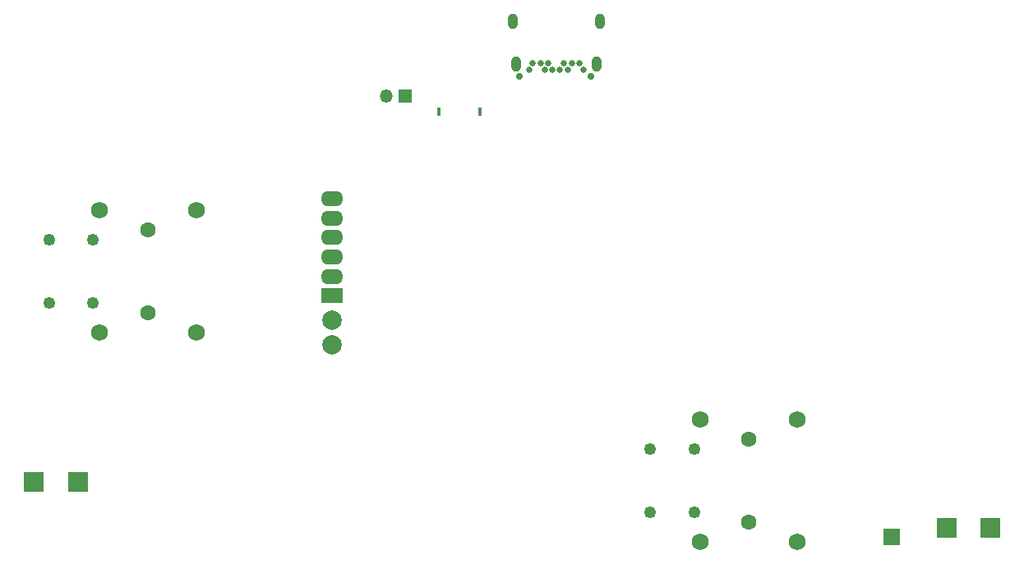
<source format=gbr>
G04 #@! TF.GenerationSoftware,KiCad,Pcbnew,7.0.2*
G04 #@! TF.CreationDate,2023-06-19T11:15:08-07:00*
G04 #@! TF.ProjectId,procon_gcc_main_pcb,70726f63-6f6e-45f6-9763-635f6d61696e,1*
G04 #@! TF.SameCoordinates,Original*
G04 #@! TF.FileFunction,Soldermask,Bot*
G04 #@! TF.FilePolarity,Negative*
%FSLAX46Y46*%
G04 Gerber Fmt 4.6, Leading zero omitted, Abs format (unit mm)*
G04 Created by KiCad (PCBNEW 7.0.2) date 2023-06-19 11:15:08*
%MOMM*%
%LPD*%
G01*
G04 APERTURE LIST*
%ADD10O,0.400000X0.900000*%
%ADD11R,1.700000X1.700000*%
%ADD12R,2.300000X1.600000*%
%ADD13O,2.300000X1.600000*%
%ADD14R,2.000000X2.000000*%
%ADD15C,1.750000*%
%ADD16C,1.600000*%
%ADD17C,1.250000*%
%ADD18R,1.350000X1.350000*%
%ADD19O,1.350000X1.350000*%
%ADD20C,0.700000*%
%ADD21C,0.650000*%
%ADD22O,1.000000X1.600000*%
%ADD23C,2.000000*%
G04 APERTURE END LIST*
D10*
X126333519Y-101965000D03*
X130633519Y-101965000D03*
D11*
X172983595Y-145804174D03*
D12*
X115400000Y-120950000D03*
D13*
X115400000Y-118950000D03*
X115400000Y-116950000D03*
X115400000Y-114950000D03*
X115400000Y-112950000D03*
X115400000Y-110950000D03*
D14*
X178675000Y-144906500D03*
X84675000Y-140125000D03*
D15*
X153320200Y-133697000D03*
X153320200Y-146347000D03*
D16*
X158320200Y-135722000D03*
X158320200Y-144322000D03*
D15*
X163320200Y-133697000D03*
X163320200Y-146347000D03*
D17*
X152670200Y-136772000D03*
X152670200Y-143272000D03*
X148170200Y-136772000D03*
X148170200Y-143272000D03*
D18*
X122920000Y-100330000D03*
D19*
X120920000Y-100330000D03*
D20*
X142060000Y-98275000D03*
X134710000Y-98275000D03*
D21*
X135660000Y-97625000D03*
X136060000Y-96925000D03*
X136860000Y-96925000D03*
X137260000Y-97625000D03*
X137660000Y-96925000D03*
X138060000Y-97625000D03*
X138860000Y-97625000D03*
X139260000Y-96925000D03*
X139660000Y-97625000D03*
X140060000Y-96925000D03*
X140860000Y-96925000D03*
X141260000Y-97625000D03*
D22*
X142950000Y-92635000D03*
X142590000Y-97025000D03*
X134330000Y-97025000D03*
X133970000Y-92635000D03*
D15*
X91377000Y-112107600D03*
X91377000Y-124757600D03*
D16*
X96377000Y-114132600D03*
X96377000Y-122732600D03*
D15*
X101377000Y-112107600D03*
X101377000Y-124757600D03*
D17*
X90727000Y-115182600D03*
X90727000Y-121682600D03*
X86227000Y-115182600D03*
X86227000Y-121682600D03*
D14*
X89175000Y-140125000D03*
X183175000Y-144906500D03*
D23*
X115400000Y-126030000D03*
X115400000Y-123490000D03*
M02*

</source>
